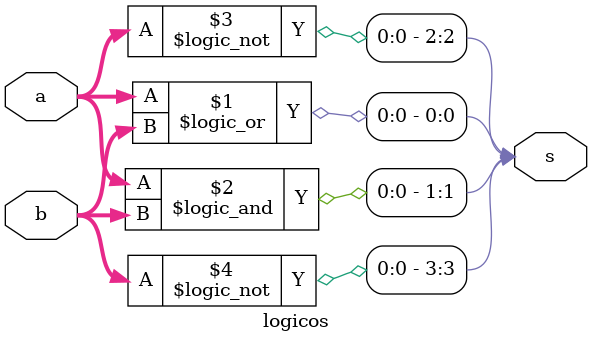
<source format=v>
module logicos(input [3:0]  a, b, output [3:0] s);
	assign s[0] = a || b; 	// OR
	assign s[1] = a && b; 	// AND
	assign s[2] = !a; 		// NOT
	assign s[3] = !b;			// NOT
endmodule

</source>
